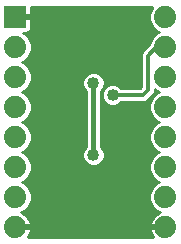
<source format=gbl>
G75*
%MOIN*%
%OFA0B0*%
%FSLAX24Y24*%
%IPPOS*%
%LPD*%
%AMOC8*
5,1,8,0,0,1.08239X$1,22.5*
%
%ADD10R,0.0740X0.0740*%
%ADD11C,0.0740*%
%ADD12C,0.0100*%
%ADD13C,0.0400*%
%ADD14C,0.0160*%
%ADD15C,0.0120*%
D10*
X000650Y007690D03*
D11*
X000650Y000690D03*
X000650Y001690D03*
X000650Y002690D03*
X000650Y003690D03*
X000650Y004690D03*
X000650Y005690D03*
X000650Y006690D03*
X005650Y006690D03*
X005650Y005690D03*
X005650Y004690D03*
X005650Y003690D03*
X005650Y002690D03*
X005650Y001690D03*
X005650Y000690D03*
X005650Y007690D03*
D12*
X005446Y007190D02*
X005344Y007232D01*
X005192Y007384D01*
X005110Y007583D01*
X005110Y007797D01*
X005192Y007996D01*
X005211Y008015D01*
X001170Y008015D01*
X001170Y007740D01*
X000700Y007740D01*
X000700Y007640D01*
X001170Y007640D01*
X001170Y007300D01*
X001160Y007262D01*
X001140Y007228D01*
X001112Y007200D01*
X001078Y007180D01*
X001040Y007170D01*
X000902Y007170D01*
X000956Y007148D01*
X001108Y006996D01*
X001190Y006797D01*
X001190Y006583D01*
X001108Y006384D01*
X000956Y006232D01*
X000854Y006190D01*
X000956Y006148D01*
X001108Y005996D01*
X001190Y005797D01*
X001190Y005583D01*
X001108Y005384D01*
X000956Y005232D01*
X000854Y005190D01*
X000956Y005148D01*
X001108Y004996D01*
X001190Y004797D01*
X001190Y004583D01*
X001108Y004384D01*
X000956Y004232D01*
X000854Y004190D01*
X000956Y004148D01*
X001108Y003996D01*
X001190Y003797D01*
X001190Y003583D01*
X001108Y003384D01*
X000956Y003232D01*
X000854Y003190D01*
X000956Y003148D01*
X001108Y002996D01*
X001190Y002797D01*
X001190Y002583D01*
X001108Y002384D01*
X000956Y002232D01*
X000854Y002190D01*
X000956Y002148D01*
X001108Y001996D01*
X001190Y001797D01*
X001190Y001583D01*
X001108Y001384D01*
X000956Y001232D01*
X000828Y001179D01*
X000850Y001172D01*
X000923Y001135D01*
X000989Y001087D01*
X001047Y001029D01*
X001095Y000963D01*
X001132Y000890D01*
X001157Y000812D01*
X001169Y000740D01*
X000700Y000740D01*
X000700Y000640D01*
X001169Y000640D01*
X001157Y000568D01*
X001132Y000490D01*
X001095Y000417D01*
X001057Y000365D01*
X005243Y000365D01*
X005205Y000417D01*
X005168Y000490D01*
X005143Y000568D01*
X005131Y000640D01*
X005600Y000640D01*
X005600Y000740D01*
X005131Y000740D01*
X005143Y000812D01*
X005168Y000890D01*
X005205Y000963D01*
X005253Y001029D01*
X005311Y001087D01*
X005377Y001135D01*
X005450Y001172D01*
X005472Y001179D01*
X005344Y001232D01*
X005192Y001384D01*
X005110Y001583D01*
X005110Y001797D01*
X005192Y001996D01*
X005344Y002148D01*
X005446Y002190D01*
X005344Y002232D01*
X005192Y002384D01*
X005110Y002583D01*
X005110Y002797D01*
X005192Y002996D01*
X005344Y003148D01*
X005446Y003190D01*
X005344Y003232D01*
X005192Y003384D01*
X005110Y003583D01*
X005110Y003797D01*
X005192Y003996D01*
X005344Y004148D01*
X005446Y004190D01*
X005344Y004232D01*
X005192Y004384D01*
X005110Y004583D01*
X005110Y004797D01*
X005192Y004996D01*
X005344Y005148D01*
X005446Y005190D01*
X005344Y005232D01*
X005290Y005286D01*
X005290Y005155D01*
X005155Y005020D01*
X004995Y004860D01*
X004805Y004860D01*
X004183Y004860D01*
X004100Y004776D01*
X003964Y004720D01*
X003816Y004720D01*
X003680Y004776D01*
X003576Y004880D01*
X003520Y005016D01*
X003520Y005164D01*
X003576Y005300D01*
X003680Y005404D01*
X003816Y005460D01*
X003964Y005460D01*
X004100Y005404D01*
X004183Y005320D01*
X004805Y005320D01*
X004830Y005345D01*
X004830Y006495D01*
X005110Y006775D01*
X005110Y006797D01*
X005192Y006996D01*
X005344Y007148D01*
X005446Y007190D01*
X005430Y007184D02*
X001084Y007184D01*
X001019Y007085D02*
X005281Y007085D01*
X005188Y006987D02*
X001112Y006987D01*
X001152Y006888D02*
X005148Y006888D01*
X005110Y006790D02*
X001190Y006790D01*
X001190Y006691D02*
X005026Y006691D01*
X004927Y006593D02*
X001190Y006593D01*
X001153Y006494D02*
X004830Y006494D01*
X004830Y006396D02*
X001113Y006396D01*
X001021Y006297D02*
X004830Y006297D01*
X004830Y006199D02*
X000875Y006199D01*
X001004Y006100D02*
X004830Y006100D01*
X004830Y006002D02*
X001102Y006002D01*
X001146Y005903D02*
X004830Y005903D01*
X004830Y005805D02*
X003458Y005805D01*
X003460Y005804D02*
X003324Y005860D01*
X003176Y005860D01*
X003040Y005804D01*
X002936Y005700D01*
X002880Y005564D01*
X002880Y005416D01*
X002936Y005280D01*
X003000Y005217D01*
X003000Y003363D01*
X002936Y003300D01*
X002880Y003164D01*
X002880Y003016D01*
X002936Y002880D01*
X003040Y002776D01*
X003176Y002720D01*
X003324Y002720D01*
X003460Y002776D01*
X003564Y002880D01*
X003620Y003016D01*
X003620Y003164D01*
X003564Y003300D01*
X003500Y003363D01*
X003500Y005217D01*
X003564Y005280D01*
X003620Y005416D01*
X003620Y005564D01*
X003564Y005700D01*
X003460Y005804D01*
X003557Y005706D02*
X004830Y005706D01*
X004830Y005608D02*
X003602Y005608D01*
X003620Y005509D02*
X004830Y005509D01*
X004830Y005411D02*
X004083Y005411D01*
X003697Y005411D02*
X003618Y005411D01*
X003589Y005312D02*
X003577Y005312D01*
X003541Y005214D02*
X003500Y005214D01*
X003500Y005115D02*
X003520Y005115D01*
X003520Y005017D02*
X003500Y005017D01*
X003500Y004918D02*
X003561Y004918D01*
X003500Y004820D02*
X003637Y004820D01*
X003500Y004721D02*
X003814Y004721D01*
X003966Y004721D02*
X005110Y004721D01*
X005110Y004623D02*
X003500Y004623D01*
X003500Y004524D02*
X005134Y004524D01*
X005175Y004426D02*
X003500Y004426D01*
X003500Y004327D02*
X005249Y004327D01*
X005353Y004229D02*
X003500Y004229D01*
X003500Y004130D02*
X005326Y004130D01*
X005228Y004032D02*
X003500Y004032D01*
X003500Y003933D02*
X005166Y003933D01*
X005125Y003835D02*
X003500Y003835D01*
X003500Y003736D02*
X005110Y003736D01*
X005110Y003638D02*
X003500Y003638D01*
X003500Y003539D02*
X005128Y003539D01*
X005169Y003441D02*
X003500Y003441D01*
X003521Y003342D02*
X005234Y003342D01*
X005333Y003244D02*
X003587Y003244D01*
X003620Y003145D02*
X005341Y003145D01*
X005243Y003047D02*
X003620Y003047D01*
X003592Y002948D02*
X005172Y002948D01*
X005132Y002850D02*
X003533Y002850D01*
X003398Y002751D02*
X005110Y002751D01*
X005110Y002653D02*
X001190Y002653D01*
X001190Y002751D02*
X003102Y002751D01*
X002967Y002850D02*
X001168Y002850D01*
X001128Y002948D02*
X002908Y002948D01*
X002880Y003047D02*
X001057Y003047D01*
X000959Y003145D02*
X002880Y003145D01*
X002913Y003244D02*
X000967Y003244D01*
X001066Y003342D02*
X002979Y003342D01*
X003000Y003441D02*
X001131Y003441D01*
X001172Y003539D02*
X003000Y003539D01*
X003000Y003638D02*
X001190Y003638D01*
X001190Y003736D02*
X003000Y003736D01*
X003000Y003835D02*
X001175Y003835D01*
X001134Y003933D02*
X003000Y003933D01*
X003000Y004032D02*
X001072Y004032D01*
X000974Y004130D02*
X003000Y004130D01*
X003000Y004229D02*
X000947Y004229D01*
X001051Y004327D02*
X003000Y004327D01*
X003000Y004426D02*
X001125Y004426D01*
X001166Y004524D02*
X003000Y004524D01*
X003000Y004623D02*
X001190Y004623D01*
X001190Y004721D02*
X003000Y004721D01*
X003000Y004820D02*
X001181Y004820D01*
X001140Y004918D02*
X003000Y004918D01*
X003000Y005017D02*
X001087Y005017D01*
X000989Y005115D02*
X003000Y005115D01*
X003000Y005214D02*
X000911Y005214D01*
X001036Y005312D02*
X002923Y005312D01*
X002882Y005411D02*
X001119Y005411D01*
X001160Y005509D02*
X002880Y005509D01*
X002898Y005608D02*
X001190Y005608D01*
X001190Y005706D02*
X002943Y005706D01*
X003042Y005805D02*
X001187Y005805D01*
X001165Y007282D02*
X005294Y007282D01*
X005196Y007381D02*
X001170Y007381D01*
X001170Y007479D02*
X005153Y007479D01*
X005112Y007578D02*
X001170Y007578D01*
X001170Y007775D02*
X005110Y007775D01*
X005110Y007676D02*
X000700Y007676D01*
X001170Y007873D02*
X005141Y007873D01*
X005182Y007972D02*
X001170Y007972D01*
X004143Y004820D02*
X005119Y004820D01*
X005160Y004918D02*
X005053Y004918D01*
X005152Y005017D02*
X005213Y005017D01*
X005250Y005115D02*
X005311Y005115D01*
X005290Y005214D02*
X005389Y005214D01*
X005122Y002554D02*
X001178Y002554D01*
X001137Y002456D02*
X005163Y002456D01*
X005219Y002357D02*
X001081Y002357D01*
X000982Y002259D02*
X005318Y002259D01*
X005374Y002160D02*
X000926Y002160D01*
X001042Y002062D02*
X005258Y002062D01*
X005179Y001963D02*
X001121Y001963D01*
X001162Y001865D02*
X005138Y001865D01*
X005110Y001766D02*
X001190Y001766D01*
X001190Y001668D02*
X005110Y001668D01*
X005116Y001569D02*
X001184Y001569D01*
X001144Y001471D02*
X005156Y001471D01*
X005204Y001372D02*
X001096Y001372D01*
X000997Y001274D02*
X005303Y001274D01*
X005460Y001175D02*
X000840Y001175D01*
X000999Y001077D02*
X005301Y001077D01*
X005216Y000978D02*
X001084Y000978D01*
X001135Y000880D02*
X005165Y000880D01*
X005138Y000781D02*
X001162Y000781D01*
X001160Y000584D02*
X005140Y000584D01*
X005171Y000486D02*
X001129Y000486D01*
X001073Y000387D02*
X005227Y000387D01*
X005600Y000683D02*
X000700Y000683D01*
D13*
X003250Y003090D03*
X002630Y004140D03*
X003250Y005490D03*
X003890Y005090D03*
D14*
X003250Y005490D02*
X003250Y003090D01*
D15*
X003890Y005090D02*
X004900Y005090D01*
X005060Y005250D01*
X005060Y006400D01*
X005350Y006690D01*
X005650Y006690D01*
M02*

</source>
